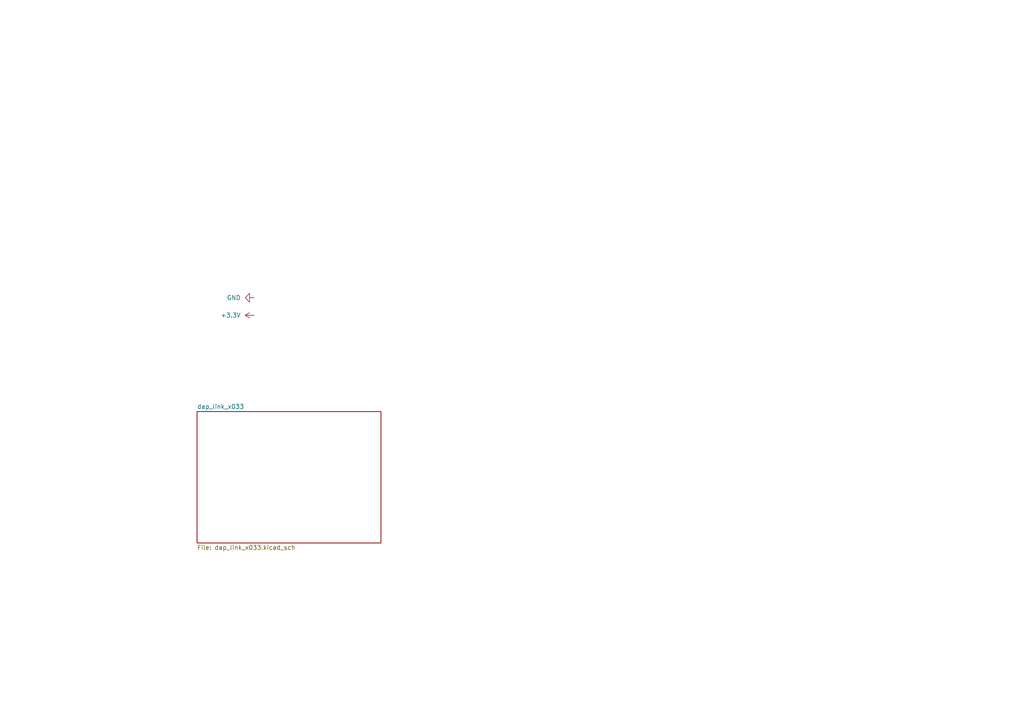
<source format=kicad_sch>
(kicad_sch (version 20231120) (generator "eeschema") (generator_version "8.0")
  (paper "A4")
  (lib_symbols
    (symbol "power:+3.3V" (power) (pin_numbers hide) (pin_names (offset 0) hide)
      (property "Value" "+3.3V" (at 0 3.556 0))
      (symbol "+3.3V_0_1"
        (polyline (pts (xy -0.762 1.27) (xy 0 2.54)))
        (polyline (pts (xy 0 0) (xy 0 2.54)))
        (polyline (pts (xy 0 2.54) (xy 0.762 1.27)))
      )
      (symbol "+3.3V_1_1"
        (pin power_in line (at 0 0 90) (length 0) (name "~") (number "1"))
      )
    )
    (symbol "power:GND" (power) (pin_numbers hide) (pin_names (offset 0) hide)
      (property "Value" "GND" (at 0 -3.81 0))
      (symbol "GND_0_1"
        (polyline (pts (xy 0 0) (xy 0 -1.27) (xy 1.27 -1.27) (xy 0 -2.54) (xy -1.27 -1.27) (xy 0 -1.27)))
      )
      (symbol "GND_1_1"
        (pin power_in line (at 0 0 270) (length 0) (name "~") (number "1"))
      )
    )
  )
  (symbol (lib_id "power:+3.3V") (at 73.66 91.44 90) (unit 1)
    (property "Reference" "#PWR02" (effects (hide yes)))
    (property "Value" "+3.3V" (at 69.85 91.4399 90) (effects (justify left)))
    (property "Description" "Power symbol creates a global label with name \"+3.3V\"" (effects (hide yes)))
  )
  (symbol (lib_id "power:GND") (at 73.66 86.36 270) (unit 1)
    (property "Reference" "#PWR01" (effects (hide yes)))
    (property "Value" "GND" (at 69.85 86.3599 90) (effects (justify right)))
    (property "Description" "Power symbol creates a global label with name \"GND\" , ground" (effects (hide yes)))
  )
  (sheet (at 57.15 119.38) (size 53.34 38.1) (stroke (width 0.1524))
    (property "Sheetname" "dap_link_x033" (at 57.15 118.6684 0) (effects (justify left bottom)))
    (property "Sheetfile" "dap_link_x033.kicad_sch" (at 57.15 158.0646 0) (effects (justify left top)))
  )
)
</source>
